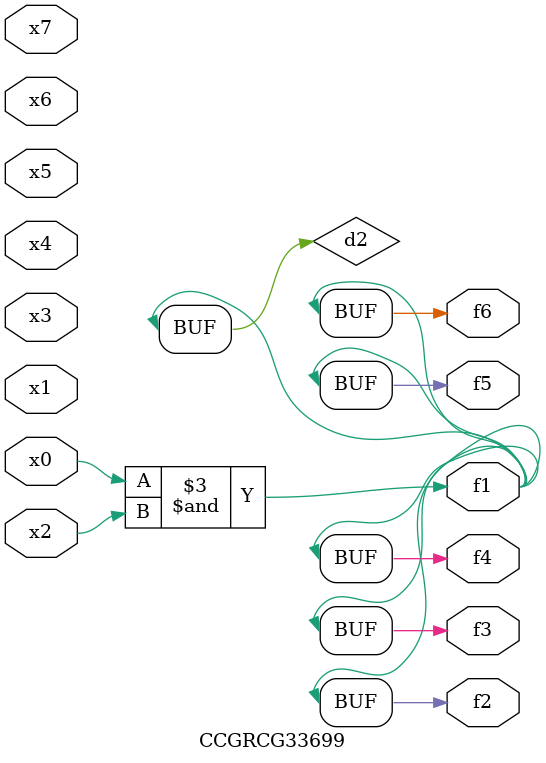
<source format=v>
module CCGRCG33699(
	input x0, x1, x2, x3, x4, x5, x6, x7,
	output f1, f2, f3, f4, f5, f6
);

	wire d1, d2;

	nor (d1, x3, x6);
	and (d2, x0, x2);
	assign f1 = d2;
	assign f2 = d2;
	assign f3 = d2;
	assign f4 = d2;
	assign f5 = d2;
	assign f6 = d2;
endmodule

</source>
